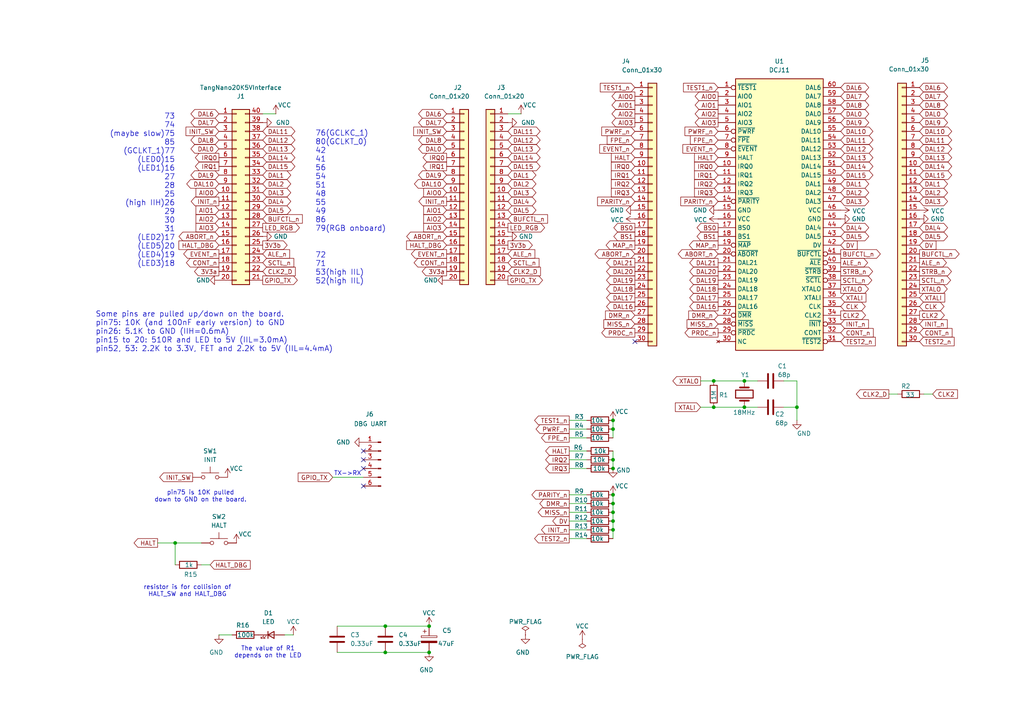
<source format=kicad_sch>
(kicad_sch (version 20231120) (generator "eeschema") (generator_version "8.0")
  (paper "A4")
  (title_block (title "Memory System and UART for DCJ11  using Tang Nano 20K") (date "2025-09-05") (rev "2.1") (company "Ryo Mukai") (comment 1 "modified to use CLK2") (comment 2 "modified resisters of HALT and HALT_SW"))
  (lib_symbols
    (symbol "000_MyLibrary:C" (pin_numbers hide) (pin_names (offset 0.254))
      (property "Reference" "C" (at 0.635 2.54 0))
      (property "Value" "C" (at 0.635 -2.54 0))
      (symbol "C_1_1"
        (pin passive line (at 0 3.81 270) (length 2.794) (name "~") (number "1"))
        (pin passive line (at 0 -3.81 90) (length 2.794) (name "~") (number "2"))
      )
    )
    (symbol "000_MyLibrary:C_Polarized" (pin_numbers hide) (pin_names (offset 0.254))
      (property "Reference" "C" (at 0.635 2.54 0))
      (property "Value" "C_Polarized" (at 0.635 -2.54 0))
      (symbol "C_Polarized_1_1"
        (pin passive line (at 0 3.81 270) (length 2.794) (name "~") (number "1"))
        (pin passive line (at 0 -3.81 90) (length 2.794) (name "~") (number "2"))
      )
    )
    (symbol "000_MyLibrary:Conn_01x06_Pin" (pin_names (offset 1.016) hide)
      (property "Reference" "J" (at 0 7.62 0))
      (property "Value" "Conn_01x06_Pin" (at 0 -10.16 0))
      (symbol "Conn_01x06_Pin_1_1"
        (pin passive line (at 5.08 5.08 180) (length 3.81) (name "Pin_1") (number "1"))
        (pin passive line (at 5.08 2.54 180) (length 3.81) (name "Pin_2") (number "2"))
        (pin passive line (at 5.08 0 180) (length 3.81) (name "Pin_3") (number "3"))
        (pin passive line (at 5.08 -2.54 180) (length 3.81) (name "Pin_4") (number "4"))
        (pin passive line (at 5.08 -5.08 180) (length 3.81) (name "Pin_5") (number "5"))
        (pin passive line (at 5.08 -7.62 180) (length 3.81) (name "Pin_6") (number "6"))
      )
    )
    (symbol "000_MyLibrary:Conn_01x20" (pin_names (offset 1.016) hide)
      (property "Reference" "J" (at 0 25.4 0))
      (property "Value" "Conn_01x20" (at 0 -27.94 0))
      (symbol "Conn_01x20_1_1"
        (pin passive line (at -5.08 22.86 0) (length 3.81) (name "Pin_1") (number "1"))
        (pin passive line (at -5.08 0 0) (length 3.81) (name "Pin_10") (number "10"))
        (pin passive line (at -5.08 -2.54 0) (length 3.81) (name "Pin_11") (number "11"))
        (pin passive line (at -5.08 -5.08 0) (length 3.81) (name "Pin_12") (number "12"))
        (pin passive line (at -5.08 -7.62 0) (length 3.81) (name "Pin_13") (number "13"))
        (pin passive line (at -5.08 -10.16 0) (length 3.81) (name "Pin_14") (number "14"))
        (pin passive line (at -5.08 -12.7 0) (length 3.81) (name "Pin_15") (number "15"))
        (pin passive line (at -5.08 -15.24 0) (length 3.81) (name "Pin_16") (number "16"))
        (pin passive line (at -5.08 -17.78 0) (length 3.81) (name "Pin_17") (number "17"))
        (pin passive line (at -5.08 -20.32 0) (length 3.81) (name "Pin_18") (number "18"))
        (pin passive line (at -5.08 -22.86 0) (length 3.81) (name "Pin_19") (number "19"))
        (pin passive line (at -5.08 20.32 0) (length 3.81) (name "Pin_2") (number "2"))
        (pin passive line (at -5.08 -25.4 0) (length 3.81) (name "Pin_20") (number "20"))
        (pin passive line (at -5.08 17.78 0) (length 3.81) (name "Pin_3") (number "3"))
        (pin passive line (at -5.08 15.24 0) (length 3.81) (name "Pin_4") (number "4"))
        (pin passive line (at -5.08 12.7 0) (length 3.81) (name "Pin_5") (number "5"))
        (pin passive line (at -5.08 10.16 0) (length 3.81) (name "Pin_6") (number "6"))
        (pin passive line (at -5.08 7.62 0) (length 3.81) (name "Pin_7") (number "7"))
        (pin passive line (at -5.08 5.08 0) (length 3.81) (name "Pin_8") (number "8"))
        (pin passive line (at -5.08 2.54 0) (length 3.81) (name "Pin_9") (number "9"))
      )
    )
    (symbol "000_MyLibrary:Conn_01x30" (pin_names (offset 1.016) hide)
      (property "Reference" "J" (at 0 38.1 0))
      (property "Value" "Conn_01x30" (at 0 -40.64 0))
      (symbol "Conn_01x30_1_1"
        (pin passive line (at -5.08 35.56 0) (length 3.81) (name "Pin_1") (number "1"))
        (pin passive line (at -5.08 12.7 0) (length 3.81) (name "Pin_10") (number "10"))
        (pin passive line (at -5.08 10.16 0) (length 3.81) (name "Pin_11") (number "11"))
        (pin passive line (at -5.08 7.62 0) (length 3.81) (name "Pin_12") (number "12"))
        (pin passive line (at -5.08 5.08 0) (length 3.81) (name "Pin_13") (number "13"))
        (pin passive line (at -5.08 2.54 0) (length 3.81) (name "Pin_14") (number "14"))
        (pin passive line (at -5.08 0 0) (length 3.81) (name "Pin_15") (number "15"))
        (pin passive line (at -5.08 -2.54 0) (length 3.81) (name "Pin_16") (number "16"))
        (pin passive line (at -5.08 -5.08 0) (length 3.81) (name "Pin_17") (number "17"))
        (pin passive line (at -5.08 -7.62 0) (length 3.81) (name "Pin_18") (number "18"))
        (pin passive line (at -5.08 -10.16 0) (length 3.81) (name "Pin_19") (number "19"))
        (pin passive line (at -5.08 33.02 0) (length 3.81) (name "Pin_2") (number "2"))
        (pin passive line (at -5.08 -12.7 0) (length 3.81) (name "Pin_20") (number "20"))
        (pin passive line (at -5.08 -15.24 0) (length 3.81) (name "Pin_21") (number "21"))
        (pin passive line (at -5.08 -17.78 0) (length 3.81) (name "Pin_22") (number "22"))
        (pin passive line (at -5.08 -20.32 0) (length 3.81) (name "Pin_23") (number "23"))
        (pin passive line (at -5.08 -22.86 0) (length 3.81) (name "Pin_24") (number "24"))
        (pin passive line (at -5.08 -25.4 0) (length 3.81) (name "Pin_25") (number "25"))
        (pin passive line (at -5.08 -27.94 0) (length 3.81) (name "Pin_26") (number "26"))
        (pin passive line (at -5.08 -30.48 0) (length 3.81) (name "Pin_27") (number "27"))
        (pin passive line (at -5.08 -33.02 0) (length 3.81) (name "Pin_28") (number "28"))
        (pin passive line (at -5.08 -35.56 0) (length 3.81) (name "Pin_29") (number "29"))
        (pin passive line (at -5.08 30.48 0) (length 3.81) (name "Pin_3") (number "3"))
        (pin passive line (at -5.08 -38.1 0) (length 3.81) (name "Pin_30") (number "30"))
        (pin passive line (at -5.08 27.94 0) (length 3.81) (name "Pin_4") (number "4"))
        (pin passive line (at -5.08 25.4 0) (length 3.81) (name "Pin_5") (number "5"))
        (pin passive line (at -5.08 22.86 0) (length 3.81) (name "Pin_6") (number "6"))
        (pin passive line (at -5.08 20.32 0) (length 3.81) (name "Pin_7") (number "7"))
        (pin passive line (at -5.08 17.78 0) (length 3.81) (name "Pin_8") (number "8"))
        (pin passive line (at -5.08 15.24 0) (length 3.81) (name "Pin_9") (number "9"))
      )
    )
    (symbol "000_MyLibrary:Conn_02x20_Counter_Clockwise" (pin_names (offset 1.016) hide)
      (property "Reference" "J" (at 1.27 25.4 0))
      (property "Value" "Conn_02x20_Counter_Clockwise" (at 1.27 -27.94 0))
      (symbol "Conn_02x20_Counter_Clockwise_1_1"
        (pin passive line (at -5.08 22.86 0) (length 3.81) (name "Pin_1") (number "1"))
        (pin passive line (at -5.08 0 0) (length 3.81) (name "Pin_10") (number "10"))
        (pin passive line (at -5.08 -2.54 0) (length 3.81) (name "Pin_11") (number "11"))
        (pin passive line (at -5.08 -5.08 0) (length 3.81) (name "Pin_12") (number "12"))
        (pin passive line (at -5.08 -7.62 0) (length 3.81) (name "Pin_13") (number "13"))
        (pin passive line (at -5.08 -10.16 0) (length 3.81) (name "Pin_14") (number "14"))
        (pin passive line (at -5.08 -12.7 0) (length 3.81) (name "Pin_15") (number "15"))
        (pin passive line (at -5.08 -15.24 0) (length 3.81) (name "Pin_16") (number "16"))
        (pin passive line (at -5.08 -17.78 0) (length 3.81) (name "Pin_17") (number "17"))
        (pin passive line (at -5.08 -20.32 0) (length 3.81) (name "Pin_18") (number "18"))
        (pin passive line (at -5.08 -22.86 0) (length 3.81) (name "Pin_19") (number "19"))
        (pin passive line (at -5.08 20.32 0) (length 3.81) (name "Pin_2") (number "2"))
        (pin passive line (at -5.08 -25.4 0) (length 3.81) (name "Pin_20") (number "20"))
        (pin passive line (at 7.62 -25.4 180) (length 3.81) (name "Pin_21") (number "21"))
        (pin passive line (at 7.62 -22.86 180) (length 3.81) (name "Pin_22") (number "22"))
        (pin passive line (at 7.62 -20.32 180) (length 3.81) (name "Pin_23") (number "23"))
        (pin passive line (at 7.62 -17.78 180) (length 3.81) (name "Pin_24") (number "24"))
        (pin passive line (at 7.62 -15.24 180) (length 3.81) (name "Pin_25") (number "25"))
        (pin passive line (at 7.62 -12.7 180) (length 3.81) (name "Pin_26") (number "26"))
        (pin passive line (at 7.62 -10.16 180) (length 3.81) (name "Pin_27") (number "27"))
        (pin passive line (at 7.62 -7.62 180) (length 3.81) (name "Pin_28") (number "28"))
        (pin passive line (at 7.62 -5.08 180) (length 3.81) (name "Pin_29") (number "29"))
        (pin passive line (at -5.08 17.78 0) (length 3.81) (name "Pin_3") (number "3"))
        (pin passive line (at 7.62 -2.54 180) (length 3.81) (name "Pin_30") (number "30"))
        (pin passive line (at 7.62 0 180) (length 3.81) (name "Pin_31") (number "31"))
        (pin passive line (at 7.62 2.54 180) (length 3.81) (name "Pin_32") (number "32"))
        (pin passive line (at 7.62 5.08 180) (length 3.81) (name "Pin_33") (number "33"))
        (pin passive line (at 7.62 7.62 180) (length 3.81) (name "Pin_34") (number "34"))
        (pin passive line (at 7.62 10.16 180) (length 3.81) (name "Pin_35") (number "35"))
        (pin passive line (at 7.62 12.7 180) (length 3.81) (name "Pin_36") (number "36"))
        (pin passive line (at 7.62 15.24 180) (length 3.81) (name "Pin_37") (number "37"))
        (pin passive line (at 7.62 17.78 180) (length 3.81) (name "Pin_38") (number "38"))
        (pin passive line (at 7.62 20.32 180) (length 3.81) (name "Pin_39") (number "39"))
        (pin passive line (at -5.08 15.24 0) (length 3.81) (name "Pin_4") (number "4"))
        (pin passive line (at 7.62 22.86 180) (length 3.81) (name "Pin_40") (number "40"))
        (pin passive line (at -5.08 12.7 0) (length 3.81) (name "Pin_5") (number "5"))
        (pin passive line (at -5.08 10.16 0) (length 3.81) (name "Pin_6") (number "6"))
        (pin passive line (at -5.08 7.62 0) (length 3.81) (name "Pin_7") (number "7"))
        (pin passive line (at -5.08 5.08 0) (length 3.81) (name "Pin_8") (number "8"))
        (pin passive line (at -5.08 2.54 0) (length 3.81) (name "Pin_9") (number "9"))
      )
    )
    (symbol "000_MyLibrary:Crystal" (pin_numbers hide) (pin_names (offset 1.016) hide)
      (property "Reference" "Y" (at 0 3.81 0))
      (property "Value" "Crystal" (at 0 -3.81 0))
      (symbol "Crystal_1_1"
        (pin passive line (at -3.81 0 0) (length 1.27) (name "1") (number "1"))
        (pin passive line (at 3.81 0 180) (length 1.27) (name "2") (number "2"))
      )
    )
    (symbol "000_MyLibrary:DCJ11"
      (property "Reference" "U" (at -3.302 42.672 0))
      (property "Value" "DCJ11" (at -0.762 40.64 0))
      (symbol "DCJ11_1_1"
        (pin input inverted (at -17.78 35.56 0) (length 5.08) (name "~{TEST1}") (number "1"))
        (pin input line (at -17.78 12.7 0) (length 5.08) (name "IRQ0") (number "10"))
        (pin input line (at -17.78 10.16 0) (length 5.08) (name "IRQ1") (number "11"))
        (pin input line (at -17.78 7.62 0) (length 5.08) (name "IRQ2") (number "12"))
        (pin input line (at -17.78 5.08 0) (length 5.08) (name "IRQ3") (number "13"))
        (pin input inverted (at -17.78 2.54 0) (length 5.08) (name "~{PARITY}") (number "14"))
        (pin power_in line (at -17.78 0 0) (length 5.08) (name "GND") (number "15"))
        (pin power_in line (at -17.78 -2.54 0) (length 5.08) (name "VCC") (number "16"))
        (pin output line (at -17.78 -5.08 0) (length 5.08) (name "BS0") (number "17"))
        (pin output line (at -17.78 -7.62 0) (length 5.08) (name "BS1") (number "18"))
        (pin output inverted (at -17.78 -10.16 0) (length 5.08) (name "~{MAP}") (number "19"))
        (pin bidirectional line (at -17.78 33.02 0) (length 5.08) (name "AIO0") (number "2"))
        (pin bidirectional inverted (at -17.78 -12.7 0) (length 5.08) (name "~{ABORT}") (number "20"))
        (pin output line (at -17.78 -15.24 0) (length 5.08) (name "DAL21") (number "21"))
        (pin output line (at -17.78 -17.78 0) (length 5.08) (name "DAL20") (number "22"))
        (pin output line (at -17.78 -20.32 0) (length 5.08) (name "DAL19") (number "23"))
        (pin output line (at -17.78 -22.86 0) (length 5.08) (name "DAL18") (number "24"))
        (pin output line (at -17.78 -25.4 0) (length 5.08) (name "DAL17") (number "25"))
        (pin output line (at -17.78 -27.94 0) (length 5.08) (name "DAL16") (number "26"))
        (pin input inverted (at -17.78 -30.48 0) (length 5.08) (name "~{DMR}") (number "27"))
        (pin input inverted (at -17.78 -33.02 0) (length 5.08) (name "~{MISS}") (number "28"))
        (pin output inverted (at -17.78 -35.56 0) (length 5.08) (name "~{PRDC}") (number "29"))
        (pin bidirectional line (at -17.78 30.48 0) (length 5.08) (name "AIO1") (number "3"))
        (pin no_connect line (at -17.78 -38.1 0) (length 5.08) (name "NC") (number "30"))
        (pin input inverted (at 17.78 -38.1 180) (length 5.08) (name "~{TEST2}") (number "31"))
        (pin input line (at 17.78 -35.56 180) (length 5.08) (name "CONT") (number "32"))
        (pin input inverted (at 17.78 -33.02 180) (length 5.08) (name "~{INIT}") (number "33"))
        (pin output line (at 17.78 -30.48 180) (length 5.08) (name "CLK2") (number "34"))
        (pin output line (at 17.78 -27.94 180) (length 5.08) (name "CLK") (number "35"))
        (pin input line (at 17.78 -25.4 180) (length 5.08) (name "XTALI") (number "36"))
        (pin output line (at 17.78 -22.86 180) (length 5.08) (name "XTALO") (number "37"))
        (pin output inverted (at 17.78 -20.32 180) (length 5.08) (name "~{SCTL}") (number "38"))
        (pin output inverted (at 17.78 -17.78 180) (length 5.08) (name "~{STRB}") (number "39"))
        (pin bidirectional line (at -17.78 27.94 0) (length 5.08) (name "AIO2") (number "4"))
        (pin output inverted (at 17.78 -15.24 180) (length 5.08) (name "~{ALE}") (number "40"))
        (pin output inverted (at 17.78 -12.7 180) (length 5.08) (name "~{BUFCTL}") (number "41"))
        (pin input line (at 17.78 -10.16 180) (length 5.08) (name "DV") (number "42"))
        (pin bidirectional line (at 17.78 -7.62 180) (length 5.08) (name "DAL5") (number "43"))
        (pin bidirectional line (at 17.78 -5.08 180) (length 5.08) (name "DAL4") (number "44"))
        (pin power_in line (at 17.78 -2.54 180) (length 5.08) (name "GND") (number "45"))
        (pin power_in line (at 17.78 0 180) (length 5.08) (name "VCC") (number "46"))
        (pin bidirectional line (at 17.78 2.54 180) (length 5.08) (name "DAL3") (number "47"))
        (pin bidirectional line (at 17.78 5.08 180) (length 5.08) (name "DAL2") (number "48"))
        (pin bidirectional line (at 17.78 7.62 180) (length 5.08) (name "DAL1") (number "49"))
        (pin bidirectional line (at -17.78 25.4 0) (length 5.08) (name "AIO3") (number "5"))
        (pin bidirectional line (at 17.78 10.16 180) (length 5.08) (name "DAL15") (number "50"))
        (pin bidirectional line (at 17.78 12.7 180) (length 5.08) (name "DAL14") (number "51"))
        (pin bidirectional line (at 17.78 15.24 180) (length 5.08) (name "DAL13") (number "52"))
        (pin bidirectional line (at 17.78 17.78 180) (length 5.08) (name "DAL12") (number "53"))
        (pin bidirectional line (at 17.78 20.32 180) (length 5.08) (name "DAL11") (number "54"))
        (pin bidirectional line (at 17.78 22.86 180) (length 5.08) (name "DAL10") (number "55"))
        (pin bidirectional line (at 17.78 25.4 180) (length 5.08) (name "DAL9") (number "56"))
        (pin bidirectional line (at 17.78 27.94 180) (length 5.08) (name "DAL0") (number "57"))
        (pin bidirectional line (at 17.78 30.48 180) (length 5.08) (name "DAL8") (number "58"))
        (pin bidirectional line (at 17.78 33.02 180) (length 5.08) (name "DAL7") (number "59"))
        (pin input inverted (at -17.78 22.86 0) (length 5.08) (name "~{PWRF}") (number "6"))
        (pin bidirectional line (at 17.78 35.56 180) (length 5.08) (name "DAL6") (number "60"))
        (pin input inverted (at -17.78 20.32 0) (length 5.08) (name "~{FPE}") (number "7"))
        (pin input inverted (at -17.78 17.78 0) (length 5.08) (name "~{EVENT}") (number "8"))
        (pin input line (at -17.78 15.24 0) (length 5.08) (name "HALT") (number "9"))
      )
    )
    (symbol "000_MyLibrary:LED" (pin_numbers hide) (pin_names (offset 1.016) hide)
      (property "Reference" "D" (at 0.254 2.54 0))
      (property "Value" "LED" (at 0.254 -2.54 0))
      (symbol "LED_1_1"
        (pin passive line (at -3.81 0 0) (length 2.54) (name "K") (number "1"))
        (pin passive line (at 3.81 0 180) (length 2.54) (name "A") (number "2"))
      )
    )
    (symbol "000_MyLibrary:R" (pin_numbers hide) (pin_names (offset 0))
      (property "Reference" "R" (at 2.032 0 90))
      (property "Value" "R" (at 0 0 90))
      (symbol "R_1_1"
        (pin passive line (at 0 3.81 270) (length 1.27) (name "~") (number "1"))
        (pin passive line (at 0 -3.81 90) (length 1.27) (name "~") (number "2"))
      )
    )
    (symbol "000_MyLibrary:SW_Push" (pin_numbers hide) (pin_names (offset 1.016) hide)
      (property "Reference" "SW" (at 1.27 2.54 0))
      (property "Value" "SW_Push" (at 0 -1.524 0))
      (symbol "SW_Push_0_1"
        (pin passive line (at -5.08 0 0) (length 2.54) (name "1") (number "1"))
        (pin passive line (at 5.08 0 180) (length 2.54) (name "2") (number "2"))
      )
    )
    (symbol "power:GND" (power) (pin_numbers hide) (pin_names (offset 0) hide)
      (property "Value" "GND" (at 0 -3.81 0))
      (symbol "GND_1_1"
        (pin power_in line (at 0 0 270) (length 0) (name "~") (number "1"))
      )
    )
    (symbol "power:PWR_FLAG" (power) (pin_numbers hide) (pin_names (offset 0) hide)
      (property "Value" "PWR_FLAG" (at 0 3.81 0))
      (symbol "PWR_FLAG_0_0"
        (pin power_out line (at 0 0 90) (length 0) (name "~") (number "1"))
      )
    )
    (symbol "power:VCC" (power) (pin_numbers hide) (pin_names (offset 0) hide)
      (property "Value" "VCC" (at 0 3.556 0))
      (symbol "VCC_1_1"
        (pin power_in line (at 0 0 90) (length 0) (name "~") (number "1"))
      )
    )
  )
  (junction (at 177.8 143.51))
  (junction (at 207.01 118.11))
  (junction (at 177.8 146.05))
  (junction (at 177.8 148.59))
  (junction (at 124.46 181.61))
  (junction (at 111.76 189.23))
  (junction (at 215.9 110.49))
  (junction (at 177.8 133.35))
  (junction (at 207.01 110.49))
  (junction (at 177.8 135.89))
  (junction (at 124.46 189.23))
  (junction (at 231.14 118.11))
  (junction (at 177.8 153.67))
  (junction (at 215.9 118.11))
  (junction (at 177.8 151.13))
  (junction (at 177.8 124.46))
  (junction (at 111.76 181.61))
  (junction (at 50.8 157.48))
  (junction (at 177.8 121.92))
  (no_connect (at 184.15 99.06))
  (no_connect (at 105.41 130.81))
  (no_connect (at 105.41 140.97))
  (no_connect (at 105.41 135.89))
  (no_connect (at 105.41 133.35))
  (wire (pts (xy 219.71 118.11) (xy 215.9 118.11)))
  (wire (pts (xy 231.14 110.49) (xy 231.14 118.11)))
  (wire (pts (xy 170.18 124.46) (xy 165.1 124.46)))
  (wire (pts (xy 170.18 146.05) (xy 165.1 146.05)))
  (wire (pts (xy 97.79 189.23) (xy 111.76 189.23)))
  (wire (pts (xy 170.18 153.67) (xy 165.1 153.67)))
  (wire (pts (xy 177.8 143.51) (xy 177.8 146.05)))
  (wire (pts (xy 207.01 118.11) (xy 215.9 118.11)))
  (wire (pts (xy 203.2 118.11) (xy 207.01 118.11)))
  (wire (pts (xy 170.18 133.35) (xy 165.1 133.35)))
  (wire (pts (xy 50.8 157.48) (xy 50.8 163.83)))
  (wire (pts (xy 45.72 157.48) (xy 50.8 157.48)))
  (wire (pts (xy 50.8 157.48) (xy 58.42 157.48)))
  (wire (pts (xy 177.8 130.81) (xy 177.8 133.35)))
  (wire (pts (xy 177.8 121.92) (xy 177.8 124.46)))
  (wire (pts (xy 257.81 114.3) (xy 260.35 114.3)))
  (wire (pts (xy 227.33 110.49) (xy 231.14 110.49)))
  (wire (pts (xy 82.55 184.15) (xy 85.09 184.15)))
  (wire (pts (xy 170.18 135.89) (xy 165.1 135.89)))
  (wire (pts (xy 203.2 110.49) (xy 207.01 110.49)))
  (wire (pts (xy 111.76 189.23) (xy 124.46 189.23)))
  (wire (pts (xy 177.8 124.46) (xy 177.8 127)))
  (wire (pts (xy 177.8 153.67) (xy 177.8 156.21)))
  (wire (pts (xy 177.8 133.35) (xy 177.8 135.89)))
  (wire (pts (xy 63.5 184.15) (xy 67.31 184.15)))
  (wire (pts (xy 80.01 33.02) (xy 76.2 33.02)))
  (wire (pts (xy 177.8 146.05) (xy 177.8 148.59)))
  (wire (pts (xy 97.79 181.61) (xy 111.76 181.61)))
  (wire (pts (xy 270.51 114.3) (xy 267.97 114.3)))
  (wire (pts (xy 219.71 110.49) (xy 215.9 110.49)))
  (wire (pts (xy 170.18 148.59) (xy 165.1 148.59)))
  (wire (pts (xy 177.8 151.13) (xy 177.8 153.67)))
  (wire (pts (xy 170.18 151.13) (xy 165.1 151.13)))
  (wire (pts (xy 151.13 33.02) (xy 147.32 33.02)))
  (wire (pts (xy 170.18 127) (xy 165.1 127)))
  (wire (pts (xy 60.96 163.83) (xy 58.42 163.83)))
  (wire (pts (xy 170.18 156.21) (xy 165.1 156.21)))
  (wire (pts (xy 231.14 118.11) (xy 231.14 121.92)))
  (wire (pts (xy 227.33 118.11) (xy 231.14 118.11)))
  (wire (pts (xy 111.76 181.61) (xy 124.46 181.61)))
  (wire (pts (xy 165.1 130.81) (xy 170.18 130.81)))
  (wire (pts (xy 207.01 110.49) (xy 215.9 110.49)))
  (wire (pts (xy 177.8 148.59) (xy 177.8 151.13)))
  (wire (pts (xy 96.52 138.43) (xy 105.41 138.43)))
  (wire (pts (xy 170.18 143.51) (xy 165.1 143.51)))
  (wire (pts (xy 170.18 121.92) (xy 165.1 121.92)))
  (text "72\n71\n53(high IIL)\n52(high IIL)" (at 91.44 82.55 0) (effects (font (size 1.56 1.56)) (justify left bottom)))
  (text "73\n74\n(maybe slow)75\n85\n(GCLKT_1)77\n(LED0)15\n(LED1)16\n27\n28\n25\n(high IIH)26\n29\n30\n31\n(LED2)17\n(LED5)20\n(LED4)19\n(LED3)18" (at 50.8 77.47 0) (effects (font (size 1.56 1.56)) (justify right bottom)))
  (text "76(GCLKC_1)\n80(GCLKT_0)\n42\n41\n56\n54\n51\n48\n55\n49\n86\n79(RGB onboard)" (at 91.44 67.31 0) (effects (font (size 1.56 1.56)) (justify left bottom)))
  (text "Some pins are pulled up/down on the board.\npin75: 10K (and 100nF early version) to GND\npin26: 5.1K to GND (IIH=0.6mA)\npin15 to 20: 510R and LED to 5V (IIL=3.0mA)\npin52, 53: 2.2K to 3.3V, FET and 2.2K to 5V (IIL=4.4mA)\n" (at 27.686 96.266 0) (effects (font (size 1.56 1.56)) (justify left)))
  (text "The value of R1\ndepends on the LED" (at 77.724 189.23 0) (effects (font (size 1.27 1.27))))
  (text "TX->RX" (at 100.838 137.414 0) (effects (font (size 1.27 1.27))))
  (text "pin75 is 10K pulled\ndown to GND on the board." (at 58.166 144.018 0) (effects (font (size 1.27 1.27))))
  (text "resistor is for collision of\nHALT_SW and HALT_DBG" (at 54.356 171.45 0) (effects (font (size 1.27 1.27))))
  (global_label "HALT" (shape input) (at 184.15 45.72 180) (property "Intersheetrefs" "${INTERSHEET_REFS}" (effects (hide yes))))
  (global_label "DAL7" (shape tri_state) (at 266.7 27.94 0) (property "Intersheetrefs" "${INTERSHEET_REFS}" (effects (hide yes))))
  (global_label "LED_RGB" (shape output) (at 147.32 66.04 0) (property "Intersheetrefs" "${INTERSHEET_REFS}" (effects (hide yes))))
  (global_label "DAL14" (shape tri_state) (at 147.32 45.72 0) (property "Intersheetrefs" "${INTERSHEET_REFS}" (effects (hide yes))))
  (global_label "DAL4" (shape tri_state) (at 266.7 66.04 0) (property "Intersheetrefs" "${INTERSHEET_REFS}" (effects (hide yes))))
  (global_label "AIO1" (shape output) (at 184.15 30.48 180) (property "Intersheetrefs" "${INTERSHEET_REFS}" (effects (hide yes))))
  (global_label "BS0" (shape output) (at 208.28 66.04 180) (property "Intersheetrefs" "${INTERSHEET_REFS}" (effects (hide yes))))
  (global_label "DAL17" (shape output) (at 208.28 86.36 180) (property "Intersheetrefs" "${INTERSHEET_REFS}" (effects (hide yes))))
  (global_label "DAL9" (shape tri_state) (at 266.7 35.56 0) (property "Intersheetrefs" "${INTERSHEET_REFS}" (effects (hide yes))))
  (global_label "ALE_n" (shape output) (at 266.7 76.2 0) (property "Intersheetrefs" "${INTERSHEET_REFS}" (effects (hide yes))))
  (global_label "DAL17" (shape output) (at 184.15 86.36 180) (property "Intersheetrefs" "${INTERSHEET_REFS}" (effects (hide yes))))
  (global_label "DAL4" (shape tri_state) (at 76.2 58.42 0) (property "Intersheetrefs" "${INTERSHEET_REFS}" (effects (hide yes))))
  (global_label "EVENT_n" (shape output) (at 129.54 73.66 180) (property "Intersheetrefs" "${INTERSHEET_REFS}" (effects (hide yes))))
  (global_label "DAL9" (shape tri_state) (at 243.84 35.56 0) (property "Intersheetrefs" "${INTERSHEET_REFS}" (effects (hide yes))))
  (global_label "IRQ2" (shape output) (at 165.1 133.35 180) (property "Intersheetrefs" "${INTERSHEET_REFS}" (effects (hide yes))))
  (global_label "DAL6" (shape tri_state) (at 63.5 33.02 180) (property "Intersheetrefs" "${INTERSHEET_REFS}" (effects (hide yes))))
  (global_label "IRQ3" (shape input) (at 184.15 55.88 180) (property "Intersheetrefs" "${INTERSHEET_REFS}" (effects (hide yes))))
  (global_label "DAL15" (shape tri_state) (at 76.2 48.26 0) (property "Intersheetrefs" "${INTERSHEET_REFS}" (effects (hide yes))))
  (global_label "AIO3" (shape input) (at 63.5 66.04 180) (property "Intersheetrefs" "${INTERSHEET_REFS}" (effects (hide yes))))
  (global_label "DAL13" (shape tri_state) (at 266.7 45.72 0) (property "Intersheetrefs" "${INTERSHEET_REFS}" (effects (hide yes))))
  (global_label "IRQ0" (shape input) (at 184.15 48.26 180) (property "Intersheetrefs" "${INTERSHEET_REFS}" (effects (hide yes))))
  (global_label "IRQ3" (shape output) (at 165.1 135.89 180) (property "Intersheetrefs" "${INTERSHEET_REFS}" (effects (hide yes))))
  (global_label "DAL5" (shape tri_state) (at 147.32 60.96 0) (property "Intersheetrefs" "${INTERSHEET_REFS}" (effects (hide yes))))
  (global_label "MISS_n" (shape input) (at 184.15 93.98 180) (property "Intersheetrefs" "${INTERSHEET_REFS}" (effects (hide yes))))
  (global_label "HALT_DBG" (shape input) (at 60.96 163.83 0) (property "Intersheetrefs" "${INTERSHEET_REFS}" (effects (hide yes))))
  (global_label "HALT_DBG" (shape input) (at 129.54 71.12 180) (property "Intersheetrefs" "${INTERSHEET_REFS}" (effects (hide yes))))
  (global_label "ABORT_n" (shape bidirectional) (at 184.15 73.66 180) (property "Intersheetrefs" "${INTERSHEET_REFS}" (effects (hide yes))))
  (global_label "AIO2" (shape input) (at 63.5 63.5 180) (property "Intersheetrefs" "${INTERSHEET_REFS}" (effects (hide yes))))
  (global_label "IRQ0" (shape output) (at 63.5 45.72 180) (property "Intersheetrefs" "${INTERSHEET_REFS}" (effects (hide yes))))
  (global_label "DAL15" (shape tri_state) (at 147.32 48.26 0) (property "Intersheetrefs" "${INTERSHEET_REFS}" (effects (hide yes))))
  (global_label "SCTL_n" (shape input) (at 76.2 76.2 0) (property "Intersheetrefs" "${INTERSHEET_REFS}" (effects (hide yes))))
  (global_label "DAL13" (shape tri_state) (at 76.2 43.18 0) (property "Intersheetrefs" "${INTERSHEET_REFS}" (effects (hide yes))))
  (global_label "STRB_n" (shape output) (at 243.84 78.74 0) (property "Intersheetrefs" "${INTERSHEET_REFS}" (effects (hide yes))))
  (global_label "AIO0" (shape input) (at 63.5 55.88 180) (property "Intersheetrefs" "${INTERSHEET_REFS}" (effects (hide yes))))
  (global_label "DAL2" (shape tri_state) (at 243.84 55.88 0) (property "Intersheetrefs" "${INTERSHEET_REFS}" (effects (hide yes))))
  (global_label "PWRF_n" (shape output) (at 165.1 124.46 180) (property "Intersheetrefs" "${INTERSHEET_REFS}" (effects (hide yes))))
  (global_label "CONT_n" (shape input) (at 243.84 96.52 0) (property "Intersheetrefs" "${INTERSHEET_REFS}" (effects (hide yes))))
  (global_label "SCTL_n" (shape output) (at 243.84 81.28 0) (property "Intersheetrefs" "${INTERSHEET_REFS}" (effects (hide yes))))
  (global_label "ALE_n" (shape input) (at 147.32 73.66 0) (property "Intersheetrefs" "${INTERSHEET_REFS}" (effects (hide yes))))
  (global_label "HALT" (shape input) (at 208.28 45.72 180) (property "Intersheetrefs" "${INTERSHEET_REFS}" (effects (hide yes))))
  (global_label "DAL11" (shape tri_state) (at 266.7 40.64 0) (property "Intersheetrefs" "${INTERSHEET_REFS}" (effects (hide yes))))
  (global_label "3V3a" (shape output) (at 129.54 78.74 180) (property "Intersheetrefs" "${INTERSHEET_REFS}" (effects (hide yes))))
  (global_label "CLK2" (shape output) (at 266.7 91.44 0) (property "Intersheetrefs" "${INTERSHEET_REFS}" (effects (hide yes))))
  (global_label "BS0" (shape output) (at 184.15 66.04 180) (property "Intersheetrefs" "${INTERSHEET_REFS}" (effects (hide yes))))
  (global_label "DAL1" (shape tri_state) (at 147.32 50.8 0) (property "Intersheetrefs" "${INTERSHEET_REFS}" (effects (hide yes))))
  (global_label "DAL5" (shape tri_state) (at 243.84 68.58 0) (property "Intersheetrefs" "${INTERSHEET_REFS}" (effects (hide yes))))
  (global_label "DAL0" (shape tri_state) (at 129.54 43.18 180) (property "Intersheetrefs" "${INTERSHEET_REFS}" (effects (hide yes))))
  (global_label "DAL14" (shape tri_state) (at 243.84 48.26 0) (property "Intersheetrefs" "${INTERSHEET_REFS}" (effects (hide yes))))
  (global_label "PWRF_n" (shape input) (at 208.28 38.1 180) (property "Intersheetrefs" "${INTERSHEET_REFS}" (effects (hide yes))))
  (global_label "DAL18" (shape output) (at 208.28 83.82 180) (property "Intersheetrefs" "${INTERSHEET_REFS}" (effects (hide yes))))
  (global_label "TEST2_n" (shape output) (at 165.1 156.21 180) (property "Intersheetrefs" "${INTERSHEET_REFS}" (effects (hide yes))))
  (global_label "DAL8" (shape tri_state) (at 63.5 40.64 180) (property "Intersheetrefs" "${INTERSHEET_REFS}" (effects (hide yes))))
  (global_label "DAL4" (shape tri_state) (at 243.84 66.04 0) (property "Intersheetrefs" "${INTERSHEET_REFS}" (effects (hide yes))))
  (global_label "DAL21" (shape output) (at 184.15 76.2 180) (property "Intersheetrefs" "${INTERSHEET_REFS}" (effects (hide yes))))
  (global_label "EVENT_n" (shape input) (at 208.28 43.18 180) (property "Intersheetrefs" "${INTERSHEET_REFS}" (effects (hide yes))))
  (global_label "AIO1" (shape output) (at 208.28 30.48 180) (property "Intersheetrefs" "${INTERSHEET_REFS}" (effects (hide yes))))
  (global_label "DAL15" (shape tri_state) (at 243.84 50.8 0) (property "Intersheetrefs" "${INTERSHEET_REFS}" (effects (hide yes))))
  (global_label "DAL5" (shape tri_state) (at 266.7 68.58 0) (property "Intersheetrefs" "${INTERSHEET_REFS}" (effects (hide yes))))
  (global_label "XTALO" (shape output) (at 243.84 83.82 0) (property "Intersheetrefs" "${INTERSHEET_REFS}" (effects (hide yes))))
  (global_label "DAL10" (shape tri_state) (at 129.54 53.34 180) (property "Intersheetrefs" "${INTERSHEET_REFS}" (effects (hide yes))))
  (global_label "DAL7" (shape tri_state) (at 63.5 35.56 180) (property "Intersheetrefs" "${INTERSHEET_REFS}" (effects (hide yes))))
  (global_label "TEST2_n" (shape input) (at 243.84 99.06 0) (property "Intersheetrefs" "${INTERSHEET_REFS}" (effects (hide yes))))
  (global_label "PARITY_n" (shape output) (at 165.1 143.51 180) (property "Intersheetrefs" "${INTERSHEET_REFS}" (effects (hide yes))))
  (global_label "DAL15" (shape tri_state) (at 266.7 50.8 0) (property "Intersheetrefs" "${INTERSHEET_REFS}" (effects (hide yes))))
  (global_label "DAL7" (shape tri_state) (at 243.84 27.94 0) (property "Intersheetrefs" "${INTERSHEET_REFS}" (effects (hide yes))))
  (global_label "XTALI" (shape input) (at 266.7 86.36 0) (property "Intersheetrefs" "${INTERSHEET_REFS}" (effects (hide yes))))
  (global_label "TEST1_n" (shape input) (at 208.28 25.4 180) (property "Intersheetrefs" "${INTERSHEET_REFS}" (effects (hide yes))))
  (global_label "PARITY_n" (shape input) (at 184.15 58.42 180) (property "Intersheetrefs" "${INTERSHEET_REFS}" (effects (hide yes))))
  (global_label "DAL5" (shape tri_state) (at 76.2 60.96 0) (property "Intersheetrefs" "${INTERSHEET_REFS}" (effects (hide yes))))
  (global_label "TEST2_n" (shape input) (at 266.7 99.06 0) (property "Intersheetrefs" "${INTERSHEET_REFS}" (effects (hide yes))))
  (global_label "CLK2" (shape input) (at 270.51 114.3 0) (property "Intersheetrefs" "${INTERSHEET_REFS}" (effects (hide yes))))
  (global_label "DAL14" (shape tri_state) (at 266.7 48.26 0) (property "Intersheetrefs" "${INTERSHEET_REFS}" (effects (hide yes))))
  (global_label "DAL11" (shape tri_state) (at 76.2 38.1 0) (property "Intersheetrefs" "${INTERSHEET_REFS}" (effects (hide yes))))
  (global_label "CONT_n" (shape input) (at 266.7 96.52 0) (property "Intersheetrefs" "${INTERSHEET_REFS}" (effects (hide yes))))
  (global_label "FPE_n" (shape input) (at 208.28 40.64 180) (property "Intersheetrefs" "${INTERSHEET_REFS}" (effects (hide yes))))
  (global_label "DAL10" (shape tri_state) (at 266.7 38.1 0) (property "Intersheetrefs" "${INTERSHEET_REFS}" (effects (hide yes))))
  (global_label "INIT_n" (shape input) (at 243.84 93.98 0) (property "Intersheetrefs" "${INTERSHEET_REFS}" (effects (hide yes))))
  (global_label "GPIO_TX" (shape output) (at 76.2 81.28 0) (property "Intersheetrefs" "${INTERSHEET_REFS}" (effects (hide yes))))
  (global_label "BUFCTL_n" (shape input) (at 147.32 63.5 0) (property "Intersheetrefs" "${INTERSHEET_REFS}" (effects (hide yes))))
  (global_label "DAL16" (shape output) (at 208.28 88.9 180) (property "Intersheetrefs" "${INTERSHEET_REFS}" (effects (hide yes))))
  (global_label "DAL8" (shape tri_state) (at 243.84 30.48 0) (property "Intersheetrefs" "${INTERSHEET_REFS}" (effects (hide yes))))
  (global_label "SCTL_n" (shape output) (at 266.7 81.28 0) (property "Intersheetrefs" "${INTERSHEET_REFS}" (effects (hide yes))))
  (global_label "XTALO" (shape output) (at 203.2 110.49 180) (property "Intersheetrefs" "${INTERSHEET_REFS}" (effects (hide yes))))
  (global_label "DAL13" (shape tri_state) (at 243.84 45.72 0) (property "Intersheetrefs" "${INTERSHEET_REFS}" (effects (hide yes))))
  (global_label "INIT_n" (shape output) (at 165.1 153.67 180) (property "Intersheetrefs" "${INTERSHEET_REFS}" (effects (hide yes))))
  (global_label "DAL4" (shape tri_state) (at 147.32 58.42 0) (property "Intersheetrefs" "${INTERSHEET_REFS}" (effects (hide yes))))
  (global_label "DAL12" (shape tri_state) (at 243.84 43.18 0) (property "Intersheetrefs" "${INTERSHEET_REFS}" (effects (hide yes))))
  (global_label "EVENT_n" (shape output) (at 63.5 73.66 180) (property "Intersheetrefs" "${INTERSHEET_REFS}" (effects (hide yes))))
  (global_label "STRB_n" (shape output) (at 266.7 78.74 0) (property "Intersheetrefs" "${INTERSHEET_REFS}" (effects (hide yes))))
  (global_label "ABORT_n" (shape bidirectional) (at 208.28 73.66 180) (property "Intersheetrefs" "${INTERSHEET_REFS}" (effects (hide yes))))
  (global_label "INIT_n" (shape output) (at 129.54 58.42 180) (property "Intersheetrefs" "${INTERSHEET_REFS}" (effects (hide yes))))
  (global_label "MAP_n" (shape output) (at 184.15 71.12 180) (property "Intersheetrefs" "${INTERSHEET_REFS}" (effects (hide yes))))
  (global_label "TEST1_n" (shape output) (at 165.1 121.92 180) (property "Intersheetrefs" "${INTERSHEET_REFS}" (effects (hide yes))))
  (global_label "DAL9" (shape tri_state) (at 63.5 50.8 180) (property "Intersheetrefs" "${INTERSHEET_REFS}" (effects (hide yes))))
  (global_label "DAL14" (shape tri_state) (at 76.2 45.72 0) (property "Intersheetrefs" "${INTERSHEET_REFS}" (effects (hide yes))))
  (global_label "BUFCTL_n" (shape input) (at 76.2 63.5 0) (property "Intersheetrefs" "${INTERSHEET_REFS}" (effects (hide yes))))
  (global_label "SCTL_n" (shape input) (at 147.32 76.2 0) (property "Intersheetrefs" "${INTERSHEET_REFS}" (effects (hide yes))))
  (global_label "DAL3" (shape tri_state) (at 243.84 58.42 0) (property "Intersheetrefs" "${INTERSHEET_REFS}" (effects (hide yes))))
  (global_label "DAL13" (shape tri_state) (at 147.32 43.18 0) (property "Intersheetrefs" "${INTERSHEET_REFS}" (effects (hide yes))))
  (global_label "DAL10" (shape tri_state) (at 63.5 53.34 180) (property "Intersheetrefs" "${INTERSHEET_REFS}" (effects (hide yes))))
  (global_label "DAL0" (shape tri_state) (at 266.7 33.02 0) (property "Intersheetrefs" "${INTERSHEET_REFS}" (effects (hide yes))))
  (global_label "DAL6" (shape tri_state) (at 129.54 33.02 180) (property "Intersheetrefs" "${INTERSHEET_REFS}" (effects (hide yes))))
  (global_label "AIO2" (shape output) (at 184.15 33.02 180) (property "Intersheetrefs" "${INTERSHEET_REFS}" (effects (hide yes))))
  (global_label "AIO1" (shape input) (at 129.54 60.96 180) (property "Intersheetrefs" "${INTERSHEET_REFS}" (effects (hide yes))))
  (global_label "CLK2_D" (shape input) (at 76.2 78.74 0) (property "Intersheetrefs" "${INTERSHEET_REFS}" (effects (hide yes))))
  (global_label "AIO2" (shape output) (at 208.28 33.02 180) (property "Intersheetrefs" "${INTERSHEET_REFS}" (effects (hide yes))))
  (global_label "GPIO_TX" (shape output) (at 147.32 81.28 0) (property "Intersheetrefs" "${INTERSHEET_REFS}" (effects (hide yes))))
  (global_label "DAL7" (shape tri_state) (at 129.54 35.56 180) (property "Intersheetrefs" "${INTERSHEET_REFS}" (effects (hide yes))))
  (global_label "DAL9" (shape tri_state) (at 129.54 50.8 180) (property "Intersheetrefs" "${INTERSHEET_REFS}" (effects (hide yes))))
  (global_label "HALT_DBG" (shape input) (at 63.5 71.12 180) (property "Intersheetrefs" "${INTERSHEET_REFS}" (effects (hide yes))))
  (global_label "AIO0" (shape input) (at 129.54 55.88 180) (property "Intersheetrefs" "${INTERSHEET_REFS}" (effects (hide yes))))
  (global_label "AIO0" (shape output) (at 208.28 27.94 180) (property "Intersheetrefs" "${INTERSHEET_REFS}" (effects (hide yes))))
  (global_label "INIT_n" (shape input) (at 266.7 93.98 0) (property "Intersheetrefs" "${INTERSHEET_REFS}" (effects (hide yes))))
  (global_label "DMR_n" (shape output) (at 165.1 146.05 180) (property "Intersheetrefs" "${INTERSHEET_REFS}" (effects (hide yes))))
  (global_label "DAL11" (shape tri_state) (at 243.84 40.64 0) (property "Intersheetrefs" "${INTERSHEET_REFS}" (effects (hide yes))))
  (global_label "TEST1_n" (shape input) (at 184.15 25.4 180) (property "Intersheetrefs" "${INTERSHEET_REFS}" (effects (hide yes))))
  (global_label "DAL8" (shape tri_state) (at 266.7 30.48 0) (property "Intersheetrefs" "${INTERSHEET_REFS}" (effects (hide yes))))
  (global_label "DAL6" (shape tri_state) (at 243.84 25.4 0) (property "Intersheetrefs" "${INTERSHEET_REFS}" (effects (hide yes))))
  (global_label "IRQ1" (shape output) (at 129.54 48.26 180) (property "Intersheetrefs" "${INTERSHEET_REFS}" (effects (hide yes))))
  (global_label "AIO3" (shape input) (at 129.54 66.04 180) (property "Intersheetrefs" "${INTERSHEET_REFS}" (effects (hide yes))))
  (global_label "DMR_n" (shape input) (at 184.15 91.44 180) (property "Intersheetrefs" "${INTERSHEET_REFS}" (effects (hide yes))))
  (global_label "DAL1" (shape tri_state) (at 76.2 50.8 0) (property "Intersheetrefs" "${INTERSHEET_REFS}" (effects (hide yes))))
  (global_label "DV" (shape output) (at 165.1 151.13 180) (property "Intersheetrefs" "${INTERSHEET_REFS}" (effects (hide yes))))
  (global_label "DAL1" (shape tri_state) (at 266.7 53.34 0) (property "Intersheetrefs" "${INTERSHEET_REFS}" (effects (hide yes))))
  (global_label "INIT_n" (shape output) (at 63.5 58.42 180) (property "Intersheetrefs" "${INTERSHEET_REFS}" (effects (hide yes))))
  (global_label "BS1" (shape output) (at 208.28 68.58 180) (property "Intersheetrefs" "${INTERSHEET_REFS}" (effects (hide yes))))
  (global_label "IRQ0" (shape input) (at 208.28 48.26 180) (property "Intersheetrefs" "${INTERSHEET_REFS}" (effects (hide yes))))
  (global_label "DAL12" (shape tri_state) (at 147.32 40.64 0) (property "Intersheetrefs" "${INTERSHEET_REFS}" (effects (hide yes))))
  (global_label "DAL12" (shape tri_state) (at 76.2 40.64 0) (property "Intersheetrefs" "${INTERSHEET_REFS}" (effects (hide yes))))
  (global_label "INIT_SW" (shape input) (at 129.54 38.1 180) (property "Intersheetrefs" "${INTERSHEET_REFS}" (effects (hide yes))))
  (global_label "DAL16" (shape output) (at 184.15 88.9 180) (property "Intersheetrefs" "${INTERSHEET_REFS}" (effects (hide yes))))
  (global_label "AIO1" (shape input) (at 63.5 60.96 180) (property "Intersheetrefs" "${INTERSHEET_REFS}" (effects (hide yes))))
  (global_label "DAL11" (shape tri_state) (at 147.32 38.1 0) (property "Intersheetrefs" "${INTERSHEET_REFS}" (effects (hide yes))))
  (global_label "AIO2" (shape input) (at 129.54 63.5 180) (property "Intersheetrefs" "${INTERSHEET_REFS}" (effects (hide yes))))
  (global_label "CLK2_D" (shape input) (at 147.32 78.74 0) (property "Intersheetrefs" "${INTERSHEET_REFS}" (effects (hide yes))))
  (global_label "CONT_n" (shape output) (at 129.54 76.2 180) (property "Intersheetrefs" "${INTERSHEET_REFS}" (effects (hide yes))))
  (global_label "HALT" (shape output) (at 165.1 130.81 180) (property "Intersheetrefs" "${INTERSHEET_REFS}" (effects (hide yes))))
  (global_label "IRQ1" (shape input) (at 208.28 50.8 180) (property "Intersheetrefs" "${INTERSHEET_REFS}" (effects (hide yes))))
  (global_label "DV" (shape input) (at 266.7 71.12 0) (property "Intersheetrefs" "${INTERSHEET_REFS}" (effects (hide yes))))
  (global_label "INIT_SW" (shape output) (at 55.88 138.43 180) (property "Intersheetrefs" "${INTERSHEET_REFS}" (effects (hide yes))))
  (global_label "ALE_n" (shape output) (at 243.84 76.2 0) (property "Intersheetrefs" "${INTERSHEET_REFS}" (effects (hide yes))))
  (global_label "CLK2_D" (shape output) (at 257.81 114.3 180) (property "Intersheetrefs" "${INTERSHEET_REFS}" (effects (hide yes))))
  (global_label "DV" (shape input) (at 243.84 71.12 0) (property "Intersheetrefs" "${INTERSHEET_REFS}" (effects (hide yes))))
  (global_label "DAL2" (shape tri_state) (at 266.7 55.88 0) (property "Intersheetrefs" "${INTERSHEET_REFS}" (effects (hide yes))))
  (global_label "EVENT_n" (shape input) (at 184.15 43.18 180) (property "Intersheetrefs" "${INTERSHEET_REFS}" (effects (hide yes))))
  (global_label "MISS_n" (shape input) (at 208.28 93.98 180) (property "Intersheetrefs" "${INTERSHEET_REFS}" (effects (hide yes))))
  (global_label "FPE_n" (shape input) (at 184.15 40.64 180) (property "Intersheetrefs" "${INTERSHEET_REFS}" (effects (hide yes))))
  (global_label "DAL19" (shape output) (at 184.15 81.28 180) (property "Intersheetrefs" "${INTERSHEET_REFS}" (effects (hide yes))))
  (global_label "AIO3" (shape output) (at 208.28 35.56 180) (property "Intersheetrefs" "${INTERSHEET_REFS}" (effects (hide yes))))
  (global_label "AIO3" (shape output) (at 184.15 35.56 180) (property "Intersheetrefs" "${INTERSHEET_REFS}" (effects (hide yes))))
  (global_label "ABORT_n" (shape bidirectional) (at 63.5 68.58 180) (property "Intersheetrefs" "${INTERSHEET_REFS}" (effects (hide yes))))
  (global_label "DAL3" (shape tri_state) (at 147.32 55.88 0) (property "Intersheetrefs" "${INTERSHEET_REFS}" (effects (hide yes))))
  (global_label "DMR_n" (shape input) (at 208.28 91.44 180) (property "Intersheetrefs" "${INTERSHEET_REFS}" (effects (hide yes))))
  (global_label "BUFCTL_n" (shape output) (at 266.7 73.66 0) (property "Intersheetrefs" "${INTERSHEET_REFS}" (effects (hide yes))))
  (global_label "DAL6" (shape tri_state) (at 266.7 25.4 0) (property "Intersheetrefs" "${INTERSHEET_REFS}" (effects (hide yes))))
  (global_label "IRQ2" (shape input) (at 208.28 53.34 180) (property "Intersheetrefs" "${INTERSHEET_REFS}" (effects (hide yes))))
  (global_label "DAL2" (shape tri_state) (at 76.2 53.34 0) (property "Intersheetrefs" "${INTERSHEET_REFS}" (effects (hide yes))))
  (global_label "PRDC_n" (shape output) (at 184.15 96.52 180) (property "Intersheetrefs" "${INTERSHEET_REFS}" (effects (hide yes))))
  (global_label "IRQ3" (shape input) (at 208.28 55.88 180) (property "Intersheetrefs" "${INTERSHEET_REFS}" (effects (hide yes))))
  (global_label "DAL8" (shape tri_state) (at 129.54 40.64 180) (property "Intersheetrefs" "${INTERSHEET_REFS}" (effects (hide yes))))
  (global_label "IRQ1" (shape input) (at 184.15 50.8 180) (property "Intersheetrefs" "${INTERSHEET_REFS}" (effects (hide yes))))
  (global_label "FPE_n" (shape output) (at 165.1 127 180) (property "Intersheetrefs" "${INTERSHEET_REFS}" (effects (hide yes))))
  (global_label "DAL0" (shape tri_state) (at 243.84 33.02 0) (property "Intersheetrefs" "${INTERSHEET_REFS}" (effects (hide yes))))
  (global_label "MISS_n" (shape output) (at 165.1 148.59 180) (property "Intersheetrefs" "${INTERSHEET_REFS}" (effects (hide yes))))
  (global_label "BUFCTL_n" (shape output) (at 243.84 73.66 0) (property "Intersheetrefs" "${INTERSHEET_REFS}" (effects (hide yes))))
  (global_label "AIO0" (shape output) (at 184.15 27.94 180) (property "Intersheetrefs" "${INTERSHEET_REFS}" (effects (hide yes))))
  (global_label "XTALI" (shape input) (at 243.84 86.36 0) (property "Intersheetrefs" "${INTERSHEET_REFS}" (effects (hide yes))))
  (global_label "DAL3" (shape tri_state) (at 76.2 55.88 0) (property "Intersheetrefs" "${INTERSHEET_REFS}" (effects (hide yes))))
  (global_label "DAL21" (shape output) (at 208.28 76.2 180) (property "Intersheetrefs" "${INTERSHEET_REFS}" (effects (hide yes))))
  (global_label "DAL0" (shape tri_state) (at 63.5 43.18 180) (property "Intersheetrefs" "${INTERSHEET_REFS}" (effects (hide yes))))
  (global_label "XTALO" (shape output) (at 266.7 83.82 0) (property "Intersheetrefs" "${INTERSHEET_REFS}" (effects (hide yes))))
  (global_label "ABORT_n" (shape bidirectional) (at 129.54 68.58 180) (property "Intersheetrefs" "${INTERSHEET_REFS}" (effects (hide yes))))
  (global_label "MAP_n" (shape output) (at 208.28 71.12 180) (property "Intersheetrefs" "${INTERSHEET_REFS}" (effects (hide yes))))
  (global_label "IRQ0" (shape output) (at 129.54 45.72 180) (property "Intersheetrefs" "${INTERSHEET_REFS}" (effects (hide yes))))
  (global_label "DAL1" (shape tri_state) (at 243.84 53.34 0) (property "Intersheetrefs" "${INTERSHEET_REFS}" (effects (hide yes))))
  (global_label "3V3a" (shape output) (at 63.5 78.74 180) (property "Intersheetrefs" "${INTERSHEET_REFS}" (effects (hide yes))))
  (global_label "CLK" (shape bidirectional) (at 243.84 88.9 0) (property "Intersheetrefs" "${INTERSHEET_REFS}" (effects (hide yes))))
  (global_label "DAL3" (shape tri_state) (at 266.7 58.42 0) (property "Intersheetrefs" "${INTERSHEET_REFS}" (effects (hide yes))))
  (global_label "DAL20" (shape output) (at 184.15 78.74 180) (property "Intersheetrefs" "${INTERSHEET_REFS}" (effects (hide yes))))
  (global_label "GPIO_TX" (shape input) (at 96.52 138.43 180) (property "Intersheetrefs" "${INTERSHEET_REFS}" (effects (hide yes))))
  (global_label "IRQ1" (shape output) (at 63.5 48.26 180) (property "Intersheetrefs" "${INTERSHEET_REFS}" (effects (hide yes))))
  (global_label "DAL2" (shape tri_state) (at 147.32 53.34 0) (property "Intersheetrefs" "${INTERSHEET_REFS}" (effects (hide yes))))
  (global_label "DAL12" (shape tri_state) (at 266.7 43.18 0) (property "Intersheetrefs" "${INTERSHEET_REFS}" (effects (hide yes))))
  (global_label "CLK" (shape bidirectional) (at 266.7 88.9 0) (property "Intersheetrefs" "${INTERSHEET_REFS}" (effects (hide yes))))
  (global_label "PWRF_n" (shape input) (at 184.15 38.1 180) (property "Intersheetrefs" "${INTERSHEET_REFS}" (effects (hide yes))))
  (global_label "3V3b" (shape output) (at 147.32 71.12 0) (property "Intersheetrefs" "${INTERSHEET_REFS}" (effects (hide yes))))
  (global_label "XTALI" (shape input) (at 203.2 118.11 180) (property "Intersheetrefs" "${INTERSHEET_REFS}" (effects (hide yes))))
  (global_label "PARITY_n" (shape input) (at 208.28 58.42 180) (property "Intersheetrefs" "${INTERSHEET_REFS}" (effects (hide yes))))
  (global_label "3V3b" (shape output) (at 76.2 71.12 0) (property "Intersheetrefs" "${INTERSHEET_REFS}" (effects (hide yes))))
  (global_label "ALE_n" (shape input) (at 76.2 73.66 0) (property "Intersheetrefs" "${INTERSHEET_REFS}" (effects (hide yes))))
  (global_label "DAL10" (shape tri_state) (at 243.84 38.1 0) (property "Intersheetrefs" "${INTERSHEET_REFS}" (effects (hide yes))))
  (global_label "LED_RGB" (shape output) (at 76.2 66.04 0) (property "Intersheetrefs" "${INTERSHEET_REFS}" (effects (hide yes))))
  (global_label "DAL20" (shape output) (at 208.28 78.74 180) (property "Intersheetrefs" "${INTERSHEET_REFS}" (effects (hide yes))))
  (global_label "CLK2" (shape output) (at 243.84 91.44 0) (property "Intersheetrefs" "${INTERSHEET_REFS}" (effects (hide yes))))
  (global_label "DAL19" (shape output) (at 208.28 81.28 180) (property "Intersheetrefs" "${INTERSHEET_REFS}" (effects (hide yes))))
  (global_label "BS1" (shape output) (at 184.15 68.58 180) (property "Intersheetrefs" "${INTERSHEET_REFS}" (effects (hide yes))))
  (global_label "PRDC_n" (shape output) (at 208.28 96.52 180) (property "Intersheetrefs" "${INTERSHEET_REFS}" (effects (hide yes))))
  (global_label "CONT_n" (shape output) (at 63.5 76.2 180) (property "Intersheetrefs" "${INTERSHEET_REFS}" (effects (hide yes))))
  (global_label "HALT" (shape output) (at 45.72 157.48 180) (property "Intersheetrefs" "${INTERSHEET_REFS}" (effects (hide yes))))
  (global_label "DAL18" (shape output) (at 184.15 83.82 180) (property "Intersheetrefs" "${INTERSHEET_REFS}" (effects (hide yes))))
  (global_label "INIT_SW" (shape input) (at 63.5 38.1 180) (property "Intersheetrefs" "${INTERSHEET_REFS}" (effects (hide yes))))
  (global_label "IRQ2" (shape input) (at 184.15 53.34 180) (property "Intersheetrefs" "${INTERSHEET_REFS}" (effects (hide yes))))
  (symbol (lib_id "power:VCC") (at 151.13 33.02 0) (unit 1)
    (property "Reference" "#PWR02" (effects (hide yes)))
    (property "Value" "VCC" (at 153.67 30.48 0))
    (property "Description" "Power symbol creates a global label with name \"VCC\"" (effects (hide yes)))
  )
  (symbol (lib_id "000_MyLibrary:R") (at 173.99 127 270) (unit 1)
    (property "Reference" "R5" (at 166.624 125.984 90) (effects (justify left)))
    (property "Value" "10k" (at 171.45 127 90) (effects (justify left)))
    (property "Footprint" "000_MyFootprint:R_Axial_DIN0207_L6.3mm_D2.5mm_P7.62mm_Horizontal" (effects (hide yes)))
    (property "Description" "Resistor" (effects (hide yes)))
  )
  (symbol (lib_id "power:GND") (at 76.2 68.58 90) (unit 1)
    (property "Reference" "#PWR013" (effects (hide yes)))
    (property "Value" "GND" (at 79.375 68.58 90) (effects (justify right)))
    (property "Description" "Power symbol creates a global label with name \"GND\" , ground" (effects (hide yes)))
  )
  (symbol (lib_id "power:GND") (at 76.2 35.56 90) (unit 1)
    (property "Reference" "#PWR03" (effects (hide yes)))
    (property "Value" "GND" (at 80.01 35.56 90) (effects (justify right)))
    (property "Description" "Power symbol creates a global label with name \"GND\" , ground" (effects (hide yes)))
  )
  (symbol (lib_id "000_MyLibrary:R") (at 173.99 133.35 270) (unit 1)
    (property "Reference" "R7" (at 166.624 132.334 90) (effects (justify left)))
    (property "Value" "10k" (at 171.958 133.35 90) (effects (justify left)))
    (property "Footprint" "000_MyFootprint:R_Axial_DIN0207_L6.3mm_D2.5mm_P7.62mm_Horizontal" (effects (hide yes)))
    (property "Description" "Resistor" (effects (hide yes)))
  )
  (symbol (lib_id "000_MyLibrary:R") (at 173.99 151.13 270) (unit 1)
    (property "Reference" "R12" (at 166.624 150.114 90) (effects (justify left)))
    (property "Value" "10k" (at 171.45 151.13 90) (effects (justify left)))
    (property "Footprint" "000_MyFootprint:R_Axial_DIN0207_L6.3mm_D2.5mm_P7.62mm_Horizontal" (effects (hide yes)))
    (property "Description" "Resistor" (effects (hide yes)))
  )
  (symbol (lib_id "power:VCC") (at 68.58 157.48 0) (unit 1)
    (property "Reference" "#PWR023" (effects (hide yes)))
    (property "Value" "VCC" (at 71.12 154.94 0))
    (property "Description" "Power symbol creates a global label with name \"VCC\"" (effects (hide yes)))
  )
  (symbol (lib_id "power:GND") (at 147.32 35.56 90) (unit 1)
    (property "Reference" "#PWR04" (effects (hide yes)))
    (property "Value" "GND" (at 151.13 35.56 90) (effects (justify right)))
    (property "Description" "Power symbol creates a global label with name \"GND\" , ground" (effects (hide yes)))
  )
  (symbol (lib_id "power:GND") (at 177.8 135.89 0) (unit 1)
    (property "Reference" "#PWR020" (effects (hide yes)))
    (property "Value" "GND" (at 182.88 136.398 0) (effects (justify right)))
    (property "Description" "Power symbol creates a global label with name \"GND\" , ground" (effects (hide yes)))
  )
  (symbol (lib_id "power:GND") (at 124.46 189.23 0) (unit 1)
    (property "Reference" "#PWR029" (effects (hide yes)))
    (property "Value" "GND" (at 125.73 194.31 0) (effects (justify right)))
    (property "Description" "Power symbol creates a global label with name \"GND\" , ground" (effects (hide yes)))
  )
  (symbol (lib_id "power:GND") (at 231.14 121.92 0) (mirror y) (unit 1)
    (property "Reference" "#PWR018" (effects (hide yes)))
    (property "Value" "GND" (at 231.14 125.73 0) (effects (justify right)))
    (property "Description" "Power symbol creates a global label with name \"GND\" , ground" (effects (hide yes)))
  )
  (symbol (lib_id "000_MyLibrary:R") (at 71.12 184.15 90) (unit 1)
    (property "Reference" "R16" (at 72.39 181.356 90) (effects (justify left)))
    (property "Value" "100k" (at 73.66 184.15 90) (effects (justify left)))
    (property "Footprint" "000_MyFootprint:R_Axial_DIN0207_L6.3mm_D2.5mm_P7.62mm_Horizontal" (effects (hide yes)))
    (property "Description" "Resistor" (effects (hide yes)))
  )
  (symbol (lib_id "power:VCC") (at 66.04 138.43 0) (unit 1)
    (property "Reference" "#PWR021" (effects (hide yes)))
    (property "Value" "VCC" (at 68.58 135.89 0))
    (property "Description" "Power symbol creates a global label with name \"VCC\"" (effects (hide yes)))
  )
  (symbol (lib_id "power:PWR_FLAG") (at 168.91 185.42 180) (unit 1)
    (property "Reference" "#FLG02" (effects (hide yes)))
    (property "Value" "PWR_FLAG" (at 168.91 190.5 0))
    (property "Description" "Special symbol for telling ERC where power comes from" (effects (hide yes)))
  )
  (symbol (lib_id "000_MyLibrary:C") (at 111.76 185.42 0) (unit 1)
    (property "Reference" "C4" (at 115.57 184.1499 0) (effects (justify left)))
    (property "Value" "0.33uF" (at 115.57 186.6899 0) (effects (justify left)))
    (property "Footprint" "000_MyFootprint:C_Disc_D5.0mm_W2.5mm_P2.50mm" (effects (hide yes)))
    (property "Description" "Unpolarized capacitor" (effects (hide yes)))
  )
  (symbol (lib_id "000_MyLibrary:Conn_01x30") (at 261.62 60.96 0) (mirror y) (unit 1)
    (property "Reference" "J5" (at 269.494 17.526 0) (effects (justify left)))
    (property "Value" "Conn_01x30" (at 269.494 20.066 0) (effects (justify left)))
    (property "Footprint" "000_MyFootprint:PinSocket_1x30_P2.54mm_Vertical" (effects (hide yes)))
    (property "Description" "Generic connector, single row, 01x30, script generated (kicad-library-utils/schlib/autogen/connector/)" (effects (hide yes)))
  )
  (symbol (lib_id "power:VCC") (at 243.84 60.96 270) (unit 1)
    (property "Reference" "#PWR07" (effects (hide yes)))
    (property "Value" "VCC" (at 249.174 61.214 90))
    (property "Description" "Power symbol creates a global label with name \"VCC\"" (effects (hide yes)))
  )
  (symbol (lib_id "000_MyLibrary:C") (at 97.79 185.42 0) (unit 1)
    (property "Reference" "C3" (at 101.6 184.1499 0) (effects (justify left)))
    (property "Value" "0.33uF" (at 101.6 186.6899 0) (effects (justify left)))
    (property "Footprint" "000_MyFootprint:C_Disc_D5.0mm_W2.5mm_P2.50mm" (effects (hide yes)))
    (property "Description" "Unpolarized capacitor" (effects (hide yes)))
  )
  (symbol (lib_id "000_MyLibrary:R") (at 173.99 143.51 270) (unit 1)
    (property "Reference" "R9" (at 166.624 142.494 90) (effects (justify left)))
    (property "Value" "10k" (at 171.45 143.51 90) (effects (justify left)))
    (property "Footprint" "000_MyFootprint:R_Axial_DIN0207_L6.3mm_D2.5mm_P7.62mm_Horizontal" (effects (hide yes)))
    (property "Description" "Resistor" (effects (hide yes)))
  )
  (symbol (lib_id "power:VCC") (at 168.91 185.42 0) (unit 1)
    (property "Reference" "#PWR028" (effects (hide yes)))
    (property "Value" "VCC" (at 168.91 181.61 0))
    (property "Description" "Power symbol creates a global label with name \"VCC\"" (effects (hide yes)))
  )
  (symbol (lib_id "000_MyLibrary:R") (at 173.99 124.46 270) (unit 1)
    (property "Reference" "R4" (at 166.624 123.444 90) (effects (justify left)))
    (property "Value" "10k" (at 171.45 124.46 90) (effects (justify left)))
    (property "Footprint" "000_MyFootprint:R_Axial_DIN0207_L6.3mm_D2.5mm_P7.62mm_Horizontal" (effects (hide yes)))
    (property "Description" "Resistor" (effects (hide yes)))
  )
  (symbol (lib_id "power:VCC") (at 177.8 121.92 0) (unit 1)
    (property "Reference" "#PWR017" (effects (hide yes)))
    (property "Value" "VCC" (at 180.34 119.38 0))
    (property "Description" "Power symbol creates a global label with name \"VCC\"" (effects (hide yes)))
  )
  (symbol (lib_id "power:VCC") (at 80.01 33.02 0) (unit 1)
    (property "Reference" "#PWR01" (effects (hide yes)))
    (property "Value" "VCC" (at 82.55 30.48 0))
    (property "Description" "Power symbol creates a global label with name \"VCC\"" (effects (hide yes)))
  )
  (symbol (lib_id "000_MyLibrary:LED") (at 78.74 184.15 0) (unit 1)
    (property "Reference" "D1" (at 77.851 177.8 0))
    (property "Value" "LED" (at 77.851 180.34 0))
    (property "Footprint" "000_MyFootprint:LED_D3.0mm" (effects (hide yes)))
    (property "Description" "Light emitting diode" (effects (hide yes)))
  )
  (symbol (lib_id "000_MyLibrary:DCJ11") (at 226.06 60.96 0) (unit 1)
    (property "Reference" "U1" (at 226.06 17.78 0))
    (property "Value" "DCJ11" (at 226.06 20.32 0))
    (property "Footprint" "000_MyFootprint:DIP-60_W33.02mm_LongPads" (effects (hide yes)))
  )
  (symbol (lib_id "power:GND") (at 63.5 81.28 270) (unit 1)
    (property "Reference" "#PWR015" (effects (hide yes)))
    (property "Value" "GND" (at 60.96 81.28 90) (effects (justify right)))
    (property "Description" "Power symbol creates a global label with name \"GND\" , ground" (effects (hide yes)))
  )
  (symbol (lib_id "000_MyLibrary:R") (at 173.99 153.67 270) (unit 1)
    (property "Reference" "R13" (at 166.624 152.654 90) (effects (justify left)))
    (property "Value" "10k" (at 171.45 153.67 90) (effects (justify left)))
    (property "Footprint" "000_MyFootprint:R_Axial_DIN0207_L6.3mm_D2.5mm_P7.62mm_Horizontal" (effects (hide yes)))
    (property "Description" "Resistor" (effects (hide yes)))
  )
  (symbol (lib_id "000_MyLibrary:C") (at 223.52 110.49 270) (unit 1)
    (property "Reference" "C1" (at 225.552 106.172 90) (effects (justify left)))
    (property "Value" "68p" (at 225.552 108.712 90) (effects (justify left)))
    (property "Footprint" "000_MyFootprint:C_Disc_D5.0mm_W2.5mm_P2.50mm" (effects (hide yes)))
    (property "Description" "Unpolarized capacitor" (effects (hide yes)))
  )
  (symbol (lib_id "000_MyLibrary:R") (at 173.99 146.05 270) (unit 1)
    (property "Reference" "R10" (at 166.624 145.034 90) (effects (justify left)))
    (property "Value" "10k" (at 171.45 146.05 90) (effects (justify left)))
    (property "Footprint" "000_MyFootprint:R_Axial_DIN0207_L6.3mm_D2.5mm_P7.62mm_Horizontal" (effects (hide yes)))
    (property "Description" "Resistor" (effects (hide yes)))
  )
  (symbol (lib_id "power:GND") (at 129.54 81.28 270) (unit 1)
    (property "Reference" "#PWR016" (effects (hide yes)))
    (property "Value" "GND" (at 127 81.28 90) (effects (justify right)))
    (property "Description" "Power symbol creates a global label with name \"GND\" , ground" (effects (hide yes)))
  )
  (symbol (lib_id "power:GND") (at 147.32 68.58 90) (unit 1)
    (property "Reference" "#PWR014" (effects (hide yes)))
    (property "Value" "GND" (at 150.495 68.58 90) (effects (justify right)))
    (property "Description" "Power symbol creates a global label with name \"GND\" , ground" (effects (hide yes)))
  )
  (symbol (lib_id "power:GND") (at 105.41 128.27 270) (unit 1)
    (property "Reference" "#PWR019" (effects (hide yes)))
    (property "Value" "GND" (at 101.6 128.27 90) (effects (justify right)))
    (property "Description" "Power symbol creates a global label with name \"GND\" , ground" (effects (hide yes)))
  )
  (symbol (lib_id "power:GND") (at 266.7 63.5 90) (unit 1)
    (property "Reference" "#PWR012" (effects (hide yes)))
    (property "Value" "GND" (at 269.875 63.5 90) (effects (justify right)))
    (property "Description" "Power symbol creates a global label with name \"GND\" , ground" (effects (hide yes)))
  )
  (symbol (lib_id "000_MyLibrary:Conn_01x20") (at 142.24 55.88 0) (mirror y) (unit 1)
    (property "Reference" "J3" (at 146.558 25.4 0) (effects (justify left)))
    (property "Value" "Conn_01x20" (at 152.146 27.94 0) (effects (justify left)))
    (property "Footprint" "000_MyFootprint:PinSocket_1x20_P2.54mm_Vertical" (effects (hide yes)))
    (property "Description" "Generic connector, single row, 01x20, script generated (kicad-library-utils/schlib/autogen/connector/)" (effects (hide yes)))
  )
  (symbol (lib_id "power:VCC") (at 124.46 181.61 0) (unit 1)
    (property "Reference" "#PWR024" (effects (hide yes)))
    (property "Value" "VCC" (at 124.46 177.8 0))
    (property "Description" "Power symbol creates a global label with name \"VCC\"" (effects (hide yes)))
  )
  (symbol (lib_id "000_MyLibrary:Conn_01x30") (at 189.23 60.96 0) (unit 1)
    (property "Reference" "J4" (at 180.34 17.78 0) (effects (justify left)))
    (property "Value" "Conn_01x30" (at 180.34 20.32 0) (effects (justify left)))
    (property "Footprint" "000_MyFootprint:PinSocket_1x30_P2.54mm_Vertical" (effects (hide yes)))
    (property "Description" "Generic connector, single row, 01x30, script generated (kicad-library-utils/schlib/autogen/connector/)" (effects (hide yes)))
  )
  (symbol (lib_id "000_MyLibrary:R") (at 173.99 148.59 270) (unit 1)
    (property "Reference" "R11" (at 166.624 147.574 90) (effects (justify left)))
    (property "Value" "10k" (at 171.45 148.59 90) (effects (justify left)))
    (property "Footprint" "000_MyFootprint:R_Axial_DIN0207_L6.3mm_D2.5mm_P7.62mm_Horizontal" (effects (hide yes)))
    (property "Description" "Resistor" (effects (hide yes)))
  )
  (symbol (lib_id "000_MyLibrary:R") (at 173.99 121.92 270) (unit 1)
    (property "Reference" "R3" (at 166.624 120.904 90) (effects (justify left)))
    (property "Value" "10k" (at 171.45 121.92 90) (effects (justify left)))
    (property "Footprint" "000_MyFootprint:R_Axial_DIN0207_L6.3mm_D2.5mm_P7.62mm_Horizontal" (effects (hide yes)))
    (property "Description" "Resistor" (effects (hide yes)))
  )
  (symbol (lib_id "power:GND") (at 208.28 60.96 270) (mirror x) (unit 1)
    (property "Reference" "#PWR06" (effects (hide yes)))
    (property "Value" "GND" (at 205.105 60.96 90) (effects (justify right)))
    (property "Description" "Power symbol creates a global label with name \"GND\" , ground" (effects (hide yes)))
  )
  (symbol (lib_id "power:VCC") (at 177.8 143.51 0) (unit 1)
    (property "Reference" "#PWR022" (effects (hide yes)))
    (property "Value" "VCC" (at 180.34 140.97 0))
    (property "Description" "Power symbol creates a global label with name \"VCC\"" (effects (hide yes)))
  )
  (symbol (lib_id "power:VCC") (at 85.09 184.15 0) (unit 1)
    (property "Reference" "#PWR026" (effects (hide yes)))
    (property "Value" "VCC" (at 85.09 180.34 0))
    (property "Description" "Power symbol creates a global label with name \"VCC\"" (effects (hide yes)))
  )
  (symbol (lib_id "000_MyLibrary:R") (at 207.01 114.3 0) (unit 1)
    (property "Reference" "R1" (at 208.534 114.554 0) (effects (justify left)))
    (property "Value" "1M" (at 207.01 116.078 90) (effects (justify left)))
    (property "Footprint" "000_MyFootprint:R_Axial_DIN0207_L6.3mm_D2.5mm_P7.62mm_Horizontal" (effects (hide yes)))
    (property "Description" "Resistor" (effects (hide yes)))
  )
  (symbol (lib_id "power:GND") (at 63.5 184.15 0) (unit 1)
    (property "Reference" "#PWR025" (effects (hide yes)))
    (property "Value" "GND" (at 64.77 189.23 0) (effects (justify right)))
    (property "Description" "Power symbol creates a global label with name \"GND\" , ground" (effects (hide yes)))
  )
  (symbol (lib_id "power:VCC") (at 208.28 63.5 90) (mirror x) (unit 1)
    (property "Reference" "#PWR010" (effects (hide yes)))
    (property "Value" "VCC" (at 203.2 63.754 90))
    (property "Description" "Power symbol creates a global label with name \"VCC\"" (effects (hide yes)))
  )
  (symbol (lib_id "000_MyLibrary:R") (at 173.99 130.81 270) (unit 1)
    (property "Reference" "R6" (at 166.37 129.794 90) (effects (justify left)))
    (property "Value" "10k" (at 172.212 130.81 90) (effects (justify left)))
    (property "Footprint" "000_MyFootprint:R_Axial_DIN0207_L6.3mm_D2.5mm_P7.62mm_Horizontal" (effects (hide yes)))
    (property "Description" "Resistor" (effects (hide yes)))
  )
  (symbol (lib_id "000_MyLibrary:R") (at 54.61 163.83 270) (unit 1)
    (property "Reference" "R15" (at 53.34 166.624 90) (effects (justify left)))
    (property "Value" "1k" (at 53.594 163.83 90) (effects (justify left)))
    (property "Footprint" "000_MyFootprint:R_Axial_DIN0207_L6.3mm_D2.5mm_P7.62mm_Horizontal" (effects (hide yes)))
    (property "Description" "Resistor" (effects (hide yes)))
  )
  (symbol (lib_id "power:VCC") (at 184.15 63.5 90) (mirror x) (unit 1)
    (property "Reference" "#PWR09" (effects (hide yes)))
    (property "Value" "VCC" (at 179.07 63.754 90))
    (property "Description" "Power symbol creates a global label with name \"VCC\"" (effects (hide yes)))
  )
  (symbol (lib_id "power:VCC") (at 266.7 60.96 270) (unit 1)
    (property "Reference" "#PWR08" (effects (hide yes)))
    (property "Value" "VCC" (at 272.034 61.214 90))
    (property "Description" "Power symbol creates a global label with name \"VCC\"" (effects (hide yes)))
  )
  (symbol (lib_id "power:GND") (at 243.84 63.5 90) (unit 1)
    (property "Reference" "#PWR011" (effects (hide yes)))
    (property "Value" "GND" (at 247.015 63.5 90) (effects (justify right)))
    (property "Description" "Power symbol creates a global label with name \"GND\" , ground" (effects (hide yes)))
  )
  (symbol (lib_id "000_MyLibrary:R") (at 173.99 135.89 270) (unit 1)
    (property "Reference" "R8" (at 166.624 134.874 90) (effects (justify left)))
    (property "Value" "10k" (at 171.958 135.89 90) (effects (justify left)))
    (property "Footprint" "000_MyFootprint:R_Axial_DIN0207_L6.3mm_D2.5mm_P7.62mm_Horizontal" (effects (hide yes)))
    (property "Description" "Resistor" (effects (hide yes)))
  )
  (symbol (lib_id "000_MyLibrary:SW_Push") (at 63.5 157.48 0) (mirror y) (unit 1)
    (property "Reference" "SW2" (at 63.5 149.86 0))
    (property "Value" "HALT" (at 63.5 152.4 0))
    (property "Footprint" "000_MyFootprint:SW_PUSH_6mm_H4.3mm" (effects (hide yes)))
    (property "Description" "Push button switch, generic, two pins" (effects (hide yes)))
  )
  (symbol (lib_id "000_MyLibrary:Conn_01x06_Pin") (at 110.49 133.35 0) (mirror y) (unit 1)
    (property "Reference" "J6" (at 107.188 120.142 0))
    (property "Value" "DBG UART" (at 107.442 122.936 0))
    (property "Footprint" "000_MyFootprint:PinHeader_1x06_P2.54mm_Horizontal" (effects (hide yes)))
    (property "Description" "Generic connector, single row, 01x06, script generated" (effects (hide yes)))
  )
  (symbol (lib_id "000_MyLibrary:Crystal") (at 215.9 114.3 90) (unit 1)
    (property "Reference" "Y1" (at 214.884 108.712 90) (effects (justify right)))
    (property "Value" "18MHz" (at 212.598 119.634 90) (effects (justify right)))
    (property "Footprint" "000_MyFootprint:Crystal_HC49-U_Vertical" (effects (hide yes)))
    (property "Description" "Two pin crystal" (effects (hide yes)))
  )
  (symbol (lib_id "000_MyLibrary:Conn_02x20_Counter_Clockwise") (at 68.58 55.88 0) (unit 1)
    (property "Reference" "J1" (at 69.85 27.94 0))
    (property "Value" "TangNano20K5VInterface" (at 69.85 25.4 0))
    (property "Footprint" "000_MyFootprint:DIP-40_W15.24mm_Socket" (effects (hide yes)))
    (property "Description" "Generic connector, double row, 02x20, counter clockwise pin numbering scheme (similar to DIP package numbering), script generated (kicad-library-utils/schlib/autogen/connector/)" (effects (hide yes)))
  )
  (symbol (lib_id "power:PWR_FLAG") (at 152.4 184.15 0) (unit 1)
    (property "Reference" "#FLG01" (effects (hide yes)))
    (property "Value" "PWR_FLAG" (at 152.4 180.34 0))
    (property "Description" "Special symbol for telling ERC where power comes from" (effects (hide yes)))
  )
  (symbol (lib_id "000_MyLibrary:SW_Push") (at 60.96 138.43 0) (mirror y) (unit 1)
    (property "Reference" "SW1" (at 60.96 130.81 0))
    (property "Value" "INIT" (at 60.96 133.35 0))
    (property "Footprint" "000_MyFootprint:SW_PUSH_6mm_H4.3mm" (effects (hide yes)))
    (property "Description" "Push button switch, generic, two pins" (effects (hide yes)))
  )
  (symbol (lib_id "000_MyLibrary:R") (at 173.99 156.21 270) (unit 1)
    (property "Reference" "R14" (at 166.624 155.194 90) (effects (justify left)))
    (property "Value" "10k" (at 171.45 156.21 90) (effects (justify left)))
    (property "Footprint" "000_MyFootprint:R_Axial_DIN0207_L6.3mm_D2.5mm_P7.62mm_Horizontal" (effects (hide yes)))
    (property "Description" "Resistor" (effects (hide yes)))
  )
  (symbol (lib_id "000_MyLibrary:C") (at 223.52 118.11 270) (unit 1)
    (property "Reference" "C2" (at 224.79 120.142 90) (effects (justify left)))
    (property "Value" "68p" (at 224.79 122.682 90) (effects (justify left)))
    (property "Footprint" "000_MyFootprint:C_Disc_D5.0mm_W2.5mm_P2.50mm" (effects (hide yes)))
    (property "Description" "Unpolarized capacitor" (effects (hide yes)))
  )
  (symbol (lib_id "power:GND") (at 184.15 60.96 270) (mirror x) (unit 1)
    (property "Reference" "#PWR05" (effects (hide yes)))
    (property "Value" "GND" (at 180.975 60.96 90) (effects (justify right)))
    (property "Description" "Power symbol creates a global label with name \"GND\" , ground" (effects (hide yes)))
  )
  (symbol (lib_id "000_MyLibrary:C_Polarized") (at 124.46 185.42 0) (unit 1)
    (property "Reference" "C5" (at 128.27 182.88 0) (effects (justify left)))
    (property "Value" "47uF" (at 127 186.69 0) (effects (justify left)))
    (property "Footprint" "000_MyFootprint:CP_Radial_D6.3mm_P2.50mm" (effects (hide yes)))
    (property "Description" "Polarized capacitor" (effects (hide yes)))
  )
  (symbol (lib_id "000_MyLibrary:R") (at 264.16 114.3 270) (unit 1)
    (property "Reference" "R2" (at 261.366 112.014 90) (effects (justify left)))
    (property "Value" "33" (at 262.636 114.554 90) (effects (justify left)))
    (property "Footprint" "000_MyFootprint:R_Axial_DIN0207_L6.3mm_D2.5mm_P7.62mm_Horizontal" (effects (hide yes)))
    (property "Description" "Resistor" (effects (hide yes)))
  )
  (symbol (lib_id "power:GND") (at 152.4 184.15 0) (unit 1)
    (property "Reference" "#PWR027" (effects (hide yes)))
    (property "Value" "GND" (at 153.67 189.23 0) (effects (justify right)))
    (property "Description" "Power symbol creates a global label with name \"GND\" , ground" (effects (hide yes)))
  )
  (symbol (lib_id "000_MyLibrary:Conn_01x20") (at 134.62 55.88 0) (unit 1)
    (property "Reference" "J2" (at 131.572 25.4 0) (effects (justify left)))
    (property "Value" "Conn_01x20" (at 124.46 27.94 0) (effects (justify left)))
    (property "Footprint" "000_MyFootprint:PinSocket_1x20_P2.54mm_Vertical" (effects (hide yes)))
    (property "Description" "Generic connector, single row, 01x20, script generated (kicad-library-utils/schlib/autogen/connector/)" (effects (hide yes)))
  )
)
</source>
